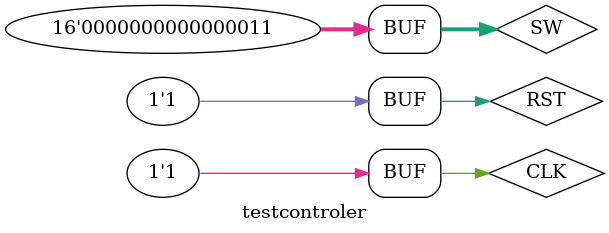
<source format=v>
`timescale 1ns / 1ps


module testcontroler;

	// Inputs
	reg [15:0] SW;
	reg CLK;
	reg RST;

	// Outputs
	wire [15:0] Light;
	wire [17:0] Ram1Addr;
	wire Ram1OE;
	wire Ram1WE;
	wire Ram1EN;
	wire [6:0] Led;

	// Bidirs
	wire [15:0] Ram1Data;

	// Instantiate the Unit Under Test (UUT)
	Controller uut (
		.SW(SW), 
		.CLK(CLK), 
		.RST(RST), 
		.Light(Light), 
		.Ram1Addr(Ram1Addr), 
		.Ram1Data(Ram1Data), 
		.Ram1OE(Ram1OE), 
		.Ram1WE(Ram1WE), 
		.Ram1EN(Ram1EN), 
		.Led(Led)
	);

	initial begin
		// Initialize Inputs
		SW = 0;
		CLK = 1;
		RST = 1;

		// Wait 100 ns for global reset to finish
		#100;
        
		// Add stimulus here
		#50 RST = 0;	//150
		#50 RST = 1;
		
		SW = 16'h00F9;
		CLK = 0;
		#50 CLK = 1;	//250
		
		#50 SW = 16'h0007;
		CLK = 0;
		#50 CLK = 1;	//350 1
		
		#50 SW = 16'h0009;
		CLK = 0;
		#50 CLK = 1;	//450 2
		
		#50 SW = 16'h0008;
		CLK = 0;
		#50 CLK = 1;	//550 3
		
		#50 SW = 16'h0006;
		CLK = 0;
		#50 CLK = 1;	//650 4
		
		#50 SW = 16'h0004;
		CLK = 0;
		#50 CLK = 1;	//750 5
		
		#50 SW = 16'h0005;
		CLK = 0;
		#50 CLK = 1;	//850 6
		
		#50 SW = 16'h0001;
		CLK = 0;
		#50 CLK = 1;	//950 7
		
		#50 SW = 16'h0002;
		CLK = 0;
		#50 CLK = 1;	//1050 8
		
		#50 SW = 16'h0000;
		CLK = 0;
		#50 CLK = 1;	//1150 9
		
		#50 SW = 16'h0003;
		CLK = 0;
		#50 CLK = 1;	//1250 10
		
		#50 CLK = 0;
		#50 CLK = 1;	//1350 1
		
		#50 CLK = 0;
		#50 CLK = 1;	//1450 2
		
		#50 CLK = 0;
		#50 CLK = 1;	//1550 3
		
		#50 CLK = 0;
		#50 CLK = 1;	//1650 4
		
		#50 CLK = 0;
		#50 CLK = 1;	//1750 5
		
		#50 CLK = 0;
		#50 CLK = 1;	//1850 6
		
		#50 CLK = 0;
		#50 CLK = 1;	//1950 7
		
		#50 CLK = 0;
		#50 CLK = 1;	//2050 8
		
		#50 CLK = 0;
		#50 CLK = 1;	//2150 9
		
		#50 CLK = 0;
		#50 CLK = 1;	//2250 10
		
		#50 CLK = 0;
		#50 CLK = 1;	//2350 begin
	end
      
endmodule


</source>
